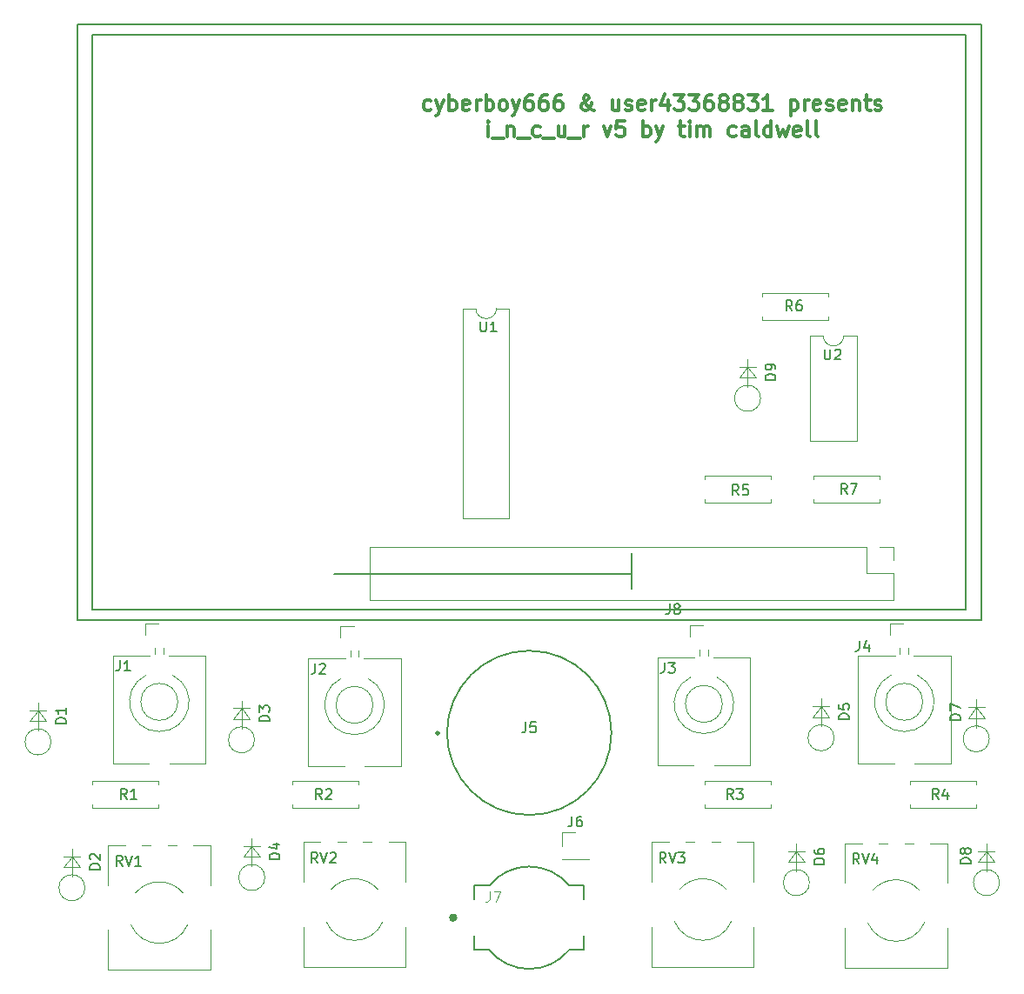
<source format=gbr>
G04 #@! TF.GenerationSoftware,KiCad,Pcbnew,(5.1.4-0-10_14)*
G04 #@! TF.CreationDate,2021-03-27T12:50:17+13:00*
G04 #@! TF.ProjectId,incur_board,696e6375-725f-4626-9f61-72642e6b6963,rev?*
G04 #@! TF.SameCoordinates,Original*
G04 #@! TF.FileFunction,Legend,Top*
G04 #@! TF.FilePolarity,Positive*
%FSLAX46Y46*%
G04 Gerber Fmt 4.6, Leading zero omitted, Abs format (unit mm)*
G04 Created by KiCad (PCBNEW (5.1.4-0-10_14)) date 2021-03-27 12:50:17*
%MOMM*%
%LPD*%
G04 APERTURE LIST*
%ADD10C,0.300000*%
%ADD11C,0.200000*%
%ADD12C,0.120000*%
%ADD13C,0.127000*%
%ADD14C,0.400000*%
%ADD15C,0.150000*%
%ADD16C,0.050000*%
G04 APERTURE END LIST*
D10*
X110428571Y-54332142D02*
X110285714Y-54403571D01*
X109999999Y-54403571D01*
X109857142Y-54332142D01*
X109785714Y-54260714D01*
X109714285Y-54117857D01*
X109714285Y-53689285D01*
X109785714Y-53546428D01*
X109857142Y-53475000D01*
X109999999Y-53403571D01*
X110285714Y-53403571D01*
X110428571Y-53475000D01*
X110928571Y-53403571D02*
X111285714Y-54403571D01*
X111642857Y-53403571D02*
X111285714Y-54403571D01*
X111142857Y-54760714D01*
X111071428Y-54832142D01*
X110928571Y-54903571D01*
X112214285Y-54403571D02*
X112214285Y-52903571D01*
X112214285Y-53475000D02*
X112357142Y-53403571D01*
X112642857Y-53403571D01*
X112785714Y-53475000D01*
X112857142Y-53546428D01*
X112928571Y-53689285D01*
X112928571Y-54117857D01*
X112857142Y-54260714D01*
X112785714Y-54332142D01*
X112642857Y-54403571D01*
X112357142Y-54403571D01*
X112214285Y-54332142D01*
X114142857Y-54332142D02*
X113999999Y-54403571D01*
X113714285Y-54403571D01*
X113571428Y-54332142D01*
X113499999Y-54189285D01*
X113499999Y-53617857D01*
X113571428Y-53475000D01*
X113714285Y-53403571D01*
X113999999Y-53403571D01*
X114142857Y-53475000D01*
X114214285Y-53617857D01*
X114214285Y-53760714D01*
X113499999Y-53903571D01*
X114857142Y-54403571D02*
X114857142Y-53403571D01*
X114857142Y-53689285D02*
X114928571Y-53546428D01*
X114999999Y-53475000D01*
X115142857Y-53403571D01*
X115285714Y-53403571D01*
X115785714Y-54403571D02*
X115785714Y-52903571D01*
X115785714Y-53475000D02*
X115928571Y-53403571D01*
X116214285Y-53403571D01*
X116357142Y-53475000D01*
X116428571Y-53546428D01*
X116499999Y-53689285D01*
X116499999Y-54117857D01*
X116428571Y-54260714D01*
X116357142Y-54332142D01*
X116214285Y-54403571D01*
X115928571Y-54403571D01*
X115785714Y-54332142D01*
X117357142Y-54403571D02*
X117214285Y-54332142D01*
X117142857Y-54260714D01*
X117071428Y-54117857D01*
X117071428Y-53689285D01*
X117142857Y-53546428D01*
X117214285Y-53475000D01*
X117357142Y-53403571D01*
X117571428Y-53403571D01*
X117714285Y-53475000D01*
X117785714Y-53546428D01*
X117857142Y-53689285D01*
X117857142Y-54117857D01*
X117785714Y-54260714D01*
X117714285Y-54332142D01*
X117571428Y-54403571D01*
X117357142Y-54403571D01*
X118357142Y-53403571D02*
X118714285Y-54403571D01*
X119071428Y-53403571D02*
X118714285Y-54403571D01*
X118571428Y-54760714D01*
X118499999Y-54832142D01*
X118357142Y-54903571D01*
X120285714Y-52903571D02*
X119999999Y-52903571D01*
X119857142Y-52975000D01*
X119785714Y-53046428D01*
X119642857Y-53260714D01*
X119571428Y-53546428D01*
X119571428Y-54117857D01*
X119642857Y-54260714D01*
X119714285Y-54332142D01*
X119857142Y-54403571D01*
X120142857Y-54403571D01*
X120285714Y-54332142D01*
X120357142Y-54260714D01*
X120428571Y-54117857D01*
X120428571Y-53760714D01*
X120357142Y-53617857D01*
X120285714Y-53546428D01*
X120142857Y-53475000D01*
X119857142Y-53475000D01*
X119714285Y-53546428D01*
X119642857Y-53617857D01*
X119571428Y-53760714D01*
X121714285Y-52903571D02*
X121428571Y-52903571D01*
X121285714Y-52975000D01*
X121214285Y-53046428D01*
X121071428Y-53260714D01*
X120999999Y-53546428D01*
X120999999Y-54117857D01*
X121071428Y-54260714D01*
X121142857Y-54332142D01*
X121285714Y-54403571D01*
X121571428Y-54403571D01*
X121714285Y-54332142D01*
X121785714Y-54260714D01*
X121857142Y-54117857D01*
X121857142Y-53760714D01*
X121785714Y-53617857D01*
X121714285Y-53546428D01*
X121571428Y-53475000D01*
X121285714Y-53475000D01*
X121142857Y-53546428D01*
X121071428Y-53617857D01*
X120999999Y-53760714D01*
X123142857Y-52903571D02*
X122857142Y-52903571D01*
X122714285Y-52975000D01*
X122642857Y-53046428D01*
X122499999Y-53260714D01*
X122428571Y-53546428D01*
X122428571Y-54117857D01*
X122499999Y-54260714D01*
X122571428Y-54332142D01*
X122714285Y-54403571D01*
X122999999Y-54403571D01*
X123142857Y-54332142D01*
X123214285Y-54260714D01*
X123285714Y-54117857D01*
X123285714Y-53760714D01*
X123214285Y-53617857D01*
X123142857Y-53546428D01*
X122999999Y-53475000D01*
X122714285Y-53475000D01*
X122571428Y-53546428D01*
X122499999Y-53617857D01*
X122428571Y-53760714D01*
X126285714Y-54403571D02*
X126214285Y-54403571D01*
X126071428Y-54332142D01*
X125857142Y-54117857D01*
X125499999Y-53689285D01*
X125357142Y-53475000D01*
X125285714Y-53260714D01*
X125285714Y-53117857D01*
X125357142Y-52975000D01*
X125499999Y-52903571D01*
X125571428Y-52903571D01*
X125714285Y-52975000D01*
X125785714Y-53117857D01*
X125785714Y-53189285D01*
X125714285Y-53332142D01*
X125642857Y-53403571D01*
X125214285Y-53689285D01*
X125142857Y-53760714D01*
X125071428Y-53903571D01*
X125071428Y-54117857D01*
X125142857Y-54260714D01*
X125214285Y-54332142D01*
X125357142Y-54403571D01*
X125571428Y-54403571D01*
X125714285Y-54332142D01*
X125785714Y-54260714D01*
X125999999Y-53975000D01*
X126071428Y-53760714D01*
X126071428Y-53617857D01*
X128714285Y-53403571D02*
X128714285Y-54403571D01*
X128071428Y-53403571D02*
X128071428Y-54189285D01*
X128142857Y-54332142D01*
X128285714Y-54403571D01*
X128500000Y-54403571D01*
X128642857Y-54332142D01*
X128714285Y-54260714D01*
X129357142Y-54332142D02*
X129500000Y-54403571D01*
X129785714Y-54403571D01*
X129928571Y-54332142D01*
X130000000Y-54189285D01*
X130000000Y-54117857D01*
X129928571Y-53975000D01*
X129785714Y-53903571D01*
X129571428Y-53903571D01*
X129428571Y-53832142D01*
X129357142Y-53689285D01*
X129357142Y-53617857D01*
X129428571Y-53475000D01*
X129571428Y-53403571D01*
X129785714Y-53403571D01*
X129928571Y-53475000D01*
X131214285Y-54332142D02*
X131071428Y-54403571D01*
X130785714Y-54403571D01*
X130642857Y-54332142D01*
X130571428Y-54189285D01*
X130571428Y-53617857D01*
X130642857Y-53475000D01*
X130785714Y-53403571D01*
X131071428Y-53403571D01*
X131214285Y-53475000D01*
X131285714Y-53617857D01*
X131285714Y-53760714D01*
X130571428Y-53903571D01*
X131928571Y-54403571D02*
X131928571Y-53403571D01*
X131928571Y-53689285D02*
X132000000Y-53546428D01*
X132071428Y-53475000D01*
X132214285Y-53403571D01*
X132357142Y-53403571D01*
X133500000Y-53403571D02*
X133500000Y-54403571D01*
X133142857Y-52832142D02*
X132785714Y-53903571D01*
X133714285Y-53903571D01*
X134142857Y-52903571D02*
X135071428Y-52903571D01*
X134571428Y-53475000D01*
X134785714Y-53475000D01*
X134928571Y-53546428D01*
X135000000Y-53617857D01*
X135071428Y-53760714D01*
X135071428Y-54117857D01*
X135000000Y-54260714D01*
X134928571Y-54332142D01*
X134785714Y-54403571D01*
X134357142Y-54403571D01*
X134214285Y-54332142D01*
X134142857Y-54260714D01*
X135571428Y-52903571D02*
X136500000Y-52903571D01*
X136000000Y-53475000D01*
X136214285Y-53475000D01*
X136357142Y-53546428D01*
X136428571Y-53617857D01*
X136500000Y-53760714D01*
X136500000Y-54117857D01*
X136428571Y-54260714D01*
X136357142Y-54332142D01*
X136214285Y-54403571D01*
X135785714Y-54403571D01*
X135642857Y-54332142D01*
X135571428Y-54260714D01*
X137785714Y-52903571D02*
X137500000Y-52903571D01*
X137357142Y-52975000D01*
X137285714Y-53046428D01*
X137142857Y-53260714D01*
X137071428Y-53546428D01*
X137071428Y-54117857D01*
X137142857Y-54260714D01*
X137214285Y-54332142D01*
X137357142Y-54403571D01*
X137642857Y-54403571D01*
X137785714Y-54332142D01*
X137857142Y-54260714D01*
X137928571Y-54117857D01*
X137928571Y-53760714D01*
X137857142Y-53617857D01*
X137785714Y-53546428D01*
X137642857Y-53475000D01*
X137357142Y-53475000D01*
X137214285Y-53546428D01*
X137142857Y-53617857D01*
X137071428Y-53760714D01*
X138785714Y-53546428D02*
X138642857Y-53475000D01*
X138571428Y-53403571D01*
X138500000Y-53260714D01*
X138500000Y-53189285D01*
X138571428Y-53046428D01*
X138642857Y-52975000D01*
X138785714Y-52903571D01*
X139071428Y-52903571D01*
X139214285Y-52975000D01*
X139285714Y-53046428D01*
X139357142Y-53189285D01*
X139357142Y-53260714D01*
X139285714Y-53403571D01*
X139214285Y-53475000D01*
X139071428Y-53546428D01*
X138785714Y-53546428D01*
X138642857Y-53617857D01*
X138571428Y-53689285D01*
X138500000Y-53832142D01*
X138500000Y-54117857D01*
X138571428Y-54260714D01*
X138642857Y-54332142D01*
X138785714Y-54403571D01*
X139071428Y-54403571D01*
X139214285Y-54332142D01*
X139285714Y-54260714D01*
X139357142Y-54117857D01*
X139357142Y-53832142D01*
X139285714Y-53689285D01*
X139214285Y-53617857D01*
X139071428Y-53546428D01*
X140214285Y-53546428D02*
X140071428Y-53475000D01*
X140000000Y-53403571D01*
X139928571Y-53260714D01*
X139928571Y-53189285D01*
X140000000Y-53046428D01*
X140071428Y-52975000D01*
X140214285Y-52903571D01*
X140500000Y-52903571D01*
X140642857Y-52975000D01*
X140714285Y-53046428D01*
X140785714Y-53189285D01*
X140785714Y-53260714D01*
X140714285Y-53403571D01*
X140642857Y-53475000D01*
X140500000Y-53546428D01*
X140214285Y-53546428D01*
X140071428Y-53617857D01*
X140000000Y-53689285D01*
X139928571Y-53832142D01*
X139928571Y-54117857D01*
X140000000Y-54260714D01*
X140071428Y-54332142D01*
X140214285Y-54403571D01*
X140500000Y-54403571D01*
X140642857Y-54332142D01*
X140714285Y-54260714D01*
X140785714Y-54117857D01*
X140785714Y-53832142D01*
X140714285Y-53689285D01*
X140642857Y-53617857D01*
X140500000Y-53546428D01*
X141285714Y-52903571D02*
X142214285Y-52903571D01*
X141714285Y-53475000D01*
X141928571Y-53475000D01*
X142071428Y-53546428D01*
X142142857Y-53617857D01*
X142214285Y-53760714D01*
X142214285Y-54117857D01*
X142142857Y-54260714D01*
X142071428Y-54332142D01*
X141928571Y-54403571D01*
X141500000Y-54403571D01*
X141357142Y-54332142D01*
X141285714Y-54260714D01*
X143642857Y-54403571D02*
X142785714Y-54403571D01*
X143214285Y-54403571D02*
X143214285Y-52903571D01*
X143071428Y-53117857D01*
X142928571Y-53260714D01*
X142785714Y-53332142D01*
X145428571Y-53403571D02*
X145428571Y-54903571D01*
X145428571Y-53475000D02*
X145571428Y-53403571D01*
X145857142Y-53403571D01*
X146000000Y-53475000D01*
X146071428Y-53546428D01*
X146142857Y-53689285D01*
X146142857Y-54117857D01*
X146071428Y-54260714D01*
X146000000Y-54332142D01*
X145857142Y-54403571D01*
X145571428Y-54403571D01*
X145428571Y-54332142D01*
X146785714Y-54403571D02*
X146785714Y-53403571D01*
X146785714Y-53689285D02*
X146857142Y-53546428D01*
X146928571Y-53475000D01*
X147071428Y-53403571D01*
X147214285Y-53403571D01*
X148285714Y-54332142D02*
X148142857Y-54403571D01*
X147857142Y-54403571D01*
X147714285Y-54332142D01*
X147642857Y-54189285D01*
X147642857Y-53617857D01*
X147714285Y-53475000D01*
X147857142Y-53403571D01*
X148142857Y-53403571D01*
X148285714Y-53475000D01*
X148357142Y-53617857D01*
X148357142Y-53760714D01*
X147642857Y-53903571D01*
X148928571Y-54332142D02*
X149071428Y-54403571D01*
X149357142Y-54403571D01*
X149500000Y-54332142D01*
X149571428Y-54189285D01*
X149571428Y-54117857D01*
X149500000Y-53975000D01*
X149357142Y-53903571D01*
X149142857Y-53903571D01*
X149000000Y-53832142D01*
X148928571Y-53689285D01*
X148928571Y-53617857D01*
X149000000Y-53475000D01*
X149142857Y-53403571D01*
X149357142Y-53403571D01*
X149500000Y-53475000D01*
X150785714Y-54332142D02*
X150642857Y-54403571D01*
X150357142Y-54403571D01*
X150214285Y-54332142D01*
X150142857Y-54189285D01*
X150142857Y-53617857D01*
X150214285Y-53475000D01*
X150357142Y-53403571D01*
X150642857Y-53403571D01*
X150785714Y-53475000D01*
X150857142Y-53617857D01*
X150857142Y-53760714D01*
X150142857Y-53903571D01*
X151500000Y-53403571D02*
X151500000Y-54403571D01*
X151500000Y-53546428D02*
X151571428Y-53475000D01*
X151714285Y-53403571D01*
X151928571Y-53403571D01*
X152071428Y-53475000D01*
X152142857Y-53617857D01*
X152142857Y-54403571D01*
X152642857Y-53403571D02*
X153214285Y-53403571D01*
X152857142Y-52903571D02*
X152857142Y-54189285D01*
X152928571Y-54332142D01*
X153071428Y-54403571D01*
X153214285Y-54403571D01*
X153642857Y-54332142D02*
X153785714Y-54403571D01*
X154071428Y-54403571D01*
X154214285Y-54332142D01*
X154285714Y-54189285D01*
X154285714Y-54117857D01*
X154214285Y-53975000D01*
X154071428Y-53903571D01*
X153857142Y-53903571D01*
X153714285Y-53832142D01*
X153642857Y-53689285D01*
X153642857Y-53617857D01*
X153714285Y-53475000D01*
X153857142Y-53403571D01*
X154071428Y-53403571D01*
X154214285Y-53475000D01*
X116035714Y-56953571D02*
X116035714Y-55953571D01*
X116035714Y-55453571D02*
X115964285Y-55525000D01*
X116035714Y-55596428D01*
X116107142Y-55525000D01*
X116035714Y-55453571D01*
X116035714Y-55596428D01*
X116392857Y-57096428D02*
X117535714Y-57096428D01*
X117892857Y-55953571D02*
X117892857Y-56953571D01*
X117892857Y-56096428D02*
X117964285Y-56025000D01*
X118107142Y-55953571D01*
X118321428Y-55953571D01*
X118464285Y-56025000D01*
X118535714Y-56167857D01*
X118535714Y-56953571D01*
X118892857Y-57096428D02*
X120035714Y-57096428D01*
X121035714Y-56882142D02*
X120892857Y-56953571D01*
X120607142Y-56953571D01*
X120464285Y-56882142D01*
X120392857Y-56810714D01*
X120321428Y-56667857D01*
X120321428Y-56239285D01*
X120392857Y-56096428D01*
X120464285Y-56025000D01*
X120607142Y-55953571D01*
X120892857Y-55953571D01*
X121035714Y-56025000D01*
X121321428Y-57096428D02*
X122464285Y-57096428D01*
X123464285Y-55953571D02*
X123464285Y-56953571D01*
X122821428Y-55953571D02*
X122821428Y-56739285D01*
X122892857Y-56882142D01*
X123035714Y-56953571D01*
X123250000Y-56953571D01*
X123392857Y-56882142D01*
X123464285Y-56810714D01*
X123821428Y-57096428D02*
X124964285Y-57096428D01*
X125321428Y-56953571D02*
X125321428Y-55953571D01*
X125321428Y-56239285D02*
X125392857Y-56096428D01*
X125464285Y-56025000D01*
X125607142Y-55953571D01*
X125750000Y-55953571D01*
X127250000Y-55953571D02*
X127607142Y-56953571D01*
X127964285Y-55953571D01*
X129250000Y-55453571D02*
X128535714Y-55453571D01*
X128464285Y-56167857D01*
X128535714Y-56096428D01*
X128678571Y-56025000D01*
X129035714Y-56025000D01*
X129178571Y-56096428D01*
X129250000Y-56167857D01*
X129321428Y-56310714D01*
X129321428Y-56667857D01*
X129250000Y-56810714D01*
X129178571Y-56882142D01*
X129035714Y-56953571D01*
X128678571Y-56953571D01*
X128535714Y-56882142D01*
X128464285Y-56810714D01*
X131107142Y-56953571D02*
X131107142Y-55453571D01*
X131107142Y-56025000D02*
X131250000Y-55953571D01*
X131535714Y-55953571D01*
X131678571Y-56025000D01*
X131750000Y-56096428D01*
X131821428Y-56239285D01*
X131821428Y-56667857D01*
X131750000Y-56810714D01*
X131678571Y-56882142D01*
X131535714Y-56953571D01*
X131250000Y-56953571D01*
X131107142Y-56882142D01*
X132321428Y-55953571D02*
X132678571Y-56953571D01*
X133035714Y-55953571D02*
X132678571Y-56953571D01*
X132535714Y-57310714D01*
X132464285Y-57382142D01*
X132321428Y-57453571D01*
X134535714Y-55953571D02*
X135107142Y-55953571D01*
X134750000Y-55453571D02*
X134750000Y-56739285D01*
X134821428Y-56882142D01*
X134964285Y-56953571D01*
X135107142Y-56953571D01*
X135607142Y-56953571D02*
X135607142Y-55953571D01*
X135607142Y-55453571D02*
X135535714Y-55525000D01*
X135607142Y-55596428D01*
X135678571Y-55525000D01*
X135607142Y-55453571D01*
X135607142Y-55596428D01*
X136321428Y-56953571D02*
X136321428Y-55953571D01*
X136321428Y-56096428D02*
X136392857Y-56025000D01*
X136535714Y-55953571D01*
X136750000Y-55953571D01*
X136892857Y-56025000D01*
X136964285Y-56167857D01*
X136964285Y-56953571D01*
X136964285Y-56167857D02*
X137035714Y-56025000D01*
X137178571Y-55953571D01*
X137392857Y-55953571D01*
X137535714Y-56025000D01*
X137607142Y-56167857D01*
X137607142Y-56953571D01*
X140107142Y-56882142D02*
X139964285Y-56953571D01*
X139678571Y-56953571D01*
X139535714Y-56882142D01*
X139464285Y-56810714D01*
X139392857Y-56667857D01*
X139392857Y-56239285D01*
X139464285Y-56096428D01*
X139535714Y-56025000D01*
X139678571Y-55953571D01*
X139964285Y-55953571D01*
X140107142Y-56025000D01*
X141392857Y-56953571D02*
X141392857Y-56167857D01*
X141321428Y-56025000D01*
X141178571Y-55953571D01*
X140892857Y-55953571D01*
X140750000Y-56025000D01*
X141392857Y-56882142D02*
X141250000Y-56953571D01*
X140892857Y-56953571D01*
X140750000Y-56882142D01*
X140678571Y-56739285D01*
X140678571Y-56596428D01*
X140750000Y-56453571D01*
X140892857Y-56382142D01*
X141250000Y-56382142D01*
X141392857Y-56310714D01*
X142321428Y-56953571D02*
X142178571Y-56882142D01*
X142107142Y-56739285D01*
X142107142Y-55453571D01*
X143535714Y-56953571D02*
X143535714Y-55453571D01*
X143535714Y-56882142D02*
X143392857Y-56953571D01*
X143107142Y-56953571D01*
X142964285Y-56882142D01*
X142892857Y-56810714D01*
X142821428Y-56667857D01*
X142821428Y-56239285D01*
X142892857Y-56096428D01*
X142964285Y-56025000D01*
X143107142Y-55953571D01*
X143392857Y-55953571D01*
X143535714Y-56025000D01*
X144107142Y-55953571D02*
X144392857Y-56953571D01*
X144678571Y-56239285D01*
X144964285Y-56953571D01*
X145250000Y-55953571D01*
X146392857Y-56882142D02*
X146250000Y-56953571D01*
X145964285Y-56953571D01*
X145821428Y-56882142D01*
X145750000Y-56739285D01*
X145750000Y-56167857D01*
X145821428Y-56025000D01*
X145964285Y-55953571D01*
X146250000Y-55953571D01*
X146392857Y-56025000D01*
X146464285Y-56167857D01*
X146464285Y-56310714D01*
X145750000Y-56453571D01*
X147321428Y-56953571D02*
X147178571Y-56882142D01*
X147107142Y-56739285D01*
X147107142Y-55453571D01*
X148107142Y-56953571D02*
X147964285Y-56882142D01*
X147892857Y-56739285D01*
X147892857Y-55453571D01*
D11*
X130000000Y-97500000D02*
X130000000Y-101000000D01*
X130000000Y-99500000D02*
X130000000Y-97500000D01*
X130000000Y-99500000D02*
X101000000Y-99500000D01*
X162500000Y-47000000D02*
X77500000Y-47000000D01*
X162500000Y-103000000D02*
X162500000Y-47000000D01*
X77500000Y-103000000D02*
X162500000Y-103000000D01*
X77500000Y-47000000D02*
X77500000Y-103000000D01*
X164000000Y-104000000D02*
X164000000Y-102000000D01*
X76000000Y-104000000D02*
X164000000Y-104000000D01*
X76000000Y-102000000D02*
X76000000Y-104000000D01*
X76000000Y-102000000D02*
X76000000Y-46000000D01*
X164000000Y-46000000D02*
X164000000Y-102000000D01*
X76000000Y-46000000D02*
X164000000Y-46000000D01*
D12*
X104510000Y-96870000D02*
X104510000Y-102070000D01*
X152830000Y-96870000D02*
X104510000Y-96870000D01*
X155430000Y-102070000D02*
X104510000Y-102070000D01*
X152830000Y-96870000D02*
X152830000Y-99470000D01*
X152830000Y-99470000D02*
X155430000Y-99470000D01*
X155430000Y-99470000D02*
X155430000Y-102070000D01*
X154100000Y-96870000D02*
X155430000Y-96870000D01*
X155430000Y-96870000D02*
X155430000Y-98200000D01*
X72200000Y-112066371D02*
X72200000Y-114780000D01*
X73000000Y-112806667D02*
X71400000Y-112806667D01*
X72200000Y-112806667D02*
X73000000Y-113873333D01*
X73000000Y-113873333D02*
X71400000Y-113873333D01*
X71400000Y-113873333D02*
X72200000Y-112806667D01*
X73466371Y-115880000D02*
G75*
G03X73466371Y-115880000I-1266371J0D01*
G01*
X75500000Y-126266371D02*
X75500000Y-128980000D01*
X76300000Y-127006667D02*
X74700000Y-127006667D01*
X75500000Y-127006667D02*
X76300000Y-128073333D01*
X76300000Y-128073333D02*
X74700000Y-128073333D01*
X74700000Y-128073333D02*
X75500000Y-127006667D01*
X76766371Y-130080000D02*
G75*
G03X76766371Y-130080000I-1266371J0D01*
G01*
X92000000Y-111866371D02*
X92000000Y-114580000D01*
X92800000Y-112606667D02*
X91200000Y-112606667D01*
X92000000Y-112606667D02*
X92800000Y-113673333D01*
X92800000Y-113673333D02*
X91200000Y-113673333D01*
X91200000Y-113673333D02*
X92000000Y-112606667D01*
X93266371Y-115680000D02*
G75*
G03X93266371Y-115680000I-1266371J0D01*
G01*
X93000000Y-125266371D02*
X93000000Y-127980000D01*
X93800000Y-126006667D02*
X92200000Y-126006667D01*
X93000000Y-126006667D02*
X93800000Y-127073333D01*
X93800000Y-127073333D02*
X92200000Y-127073333D01*
X92200000Y-127073333D02*
X93000000Y-126006667D01*
X94266371Y-129080000D02*
G75*
G03X94266371Y-129080000I-1266371J0D01*
G01*
X148400000Y-111666371D02*
X148400000Y-114380000D01*
X149200000Y-112406667D02*
X147600000Y-112406667D01*
X148400000Y-112406667D02*
X149200000Y-113473333D01*
X149200000Y-113473333D02*
X147600000Y-113473333D01*
X147600000Y-113473333D02*
X148400000Y-112406667D01*
X149666371Y-115480000D02*
G75*
G03X149666371Y-115480000I-1266371J0D01*
G01*
X146000000Y-125766371D02*
X146000000Y-128480000D01*
X146800000Y-126506667D02*
X145200000Y-126506667D01*
X146000000Y-126506667D02*
X146800000Y-127573333D01*
X146800000Y-127573333D02*
X145200000Y-127573333D01*
X145200000Y-127573333D02*
X146000000Y-126506667D01*
X147266371Y-129580000D02*
G75*
G03X147266371Y-129580000I-1266371J0D01*
G01*
X163500000Y-111766371D02*
X163500000Y-114480000D01*
X164300000Y-112506667D02*
X162700000Y-112506667D01*
X163500000Y-112506667D02*
X164300000Y-113573333D01*
X164300000Y-113573333D02*
X162700000Y-113573333D01*
X162700000Y-113573333D02*
X163500000Y-112506667D01*
X164766371Y-115580000D02*
G75*
G03X164766371Y-115580000I-1266371J0D01*
G01*
X164500000Y-125766371D02*
X164500000Y-128480000D01*
X165300000Y-126506667D02*
X163700000Y-126506667D01*
X164500000Y-126506667D02*
X165300000Y-127573333D01*
X165300000Y-127573333D02*
X163700000Y-127573333D01*
X163700000Y-127573333D02*
X164500000Y-126506667D01*
X165766371Y-129580000D02*
G75*
G03X165766371Y-129580000I-1266371J0D01*
G01*
X141250000Y-78616371D02*
X141250000Y-81330000D01*
X142050000Y-79356667D02*
X140450000Y-79356667D01*
X141250000Y-79356667D02*
X142050000Y-80423333D01*
X142050000Y-80423333D02*
X140450000Y-80423333D01*
X140450000Y-80423333D02*
X141250000Y-79356667D01*
X142516371Y-82430000D02*
G75*
G03X142516371Y-82430000I-1266371J0D01*
G01*
X79500000Y-107480000D02*
X79500000Y-117980000D01*
X88500000Y-107480000D02*
X88500000Y-117980000D01*
X82703737Y-109391423D02*
G75*
G03X84000000Y-114875000I1296263J-2588577D01*
G01*
X85296263Y-109391423D02*
G75*
G02X84000000Y-114875000I-1296263J-2588577D01*
G01*
X88500000Y-117980000D02*
X85000000Y-117980000D01*
X83000000Y-117980000D02*
X79500000Y-117980000D01*
X88500000Y-107480000D02*
X84900000Y-107480000D01*
X83100000Y-107480000D02*
X79500000Y-107480000D01*
X85800000Y-111980000D02*
G75*
G03X85800000Y-111980000I-1800000J0D01*
G01*
X83580000Y-106700000D02*
X83580000Y-107300000D01*
X84420000Y-106700000D02*
X84420000Y-107300000D01*
X82600000Y-104320000D02*
X82600000Y-105420000D01*
X82600000Y-104320000D02*
X83920000Y-104320000D01*
X98500000Y-107780000D02*
X98500000Y-118280000D01*
X107500000Y-107780000D02*
X107500000Y-118280000D01*
X101703737Y-109691423D02*
G75*
G03X103000000Y-115175000I1296263J-2588577D01*
G01*
X104296263Y-109691423D02*
G75*
G02X103000000Y-115175000I-1296263J-2588577D01*
G01*
X107500000Y-118280000D02*
X104000000Y-118280000D01*
X102000000Y-118280000D02*
X98500000Y-118280000D01*
X107500000Y-107780000D02*
X103900000Y-107780000D01*
X102100000Y-107780000D02*
X98500000Y-107780000D01*
X104800000Y-112280000D02*
G75*
G03X104800000Y-112280000I-1800000J0D01*
G01*
X102580000Y-107000000D02*
X102580000Y-107600000D01*
X103420000Y-107000000D02*
X103420000Y-107600000D01*
X101600000Y-104620000D02*
X101600000Y-105720000D01*
X101600000Y-104620000D02*
X102920000Y-104620000D01*
X132500000Y-107680000D02*
X132500000Y-118180000D01*
X141500000Y-107680000D02*
X141500000Y-118180000D01*
X135703737Y-109591423D02*
G75*
G03X137000000Y-115075000I1296263J-2588577D01*
G01*
X138296263Y-109591423D02*
G75*
G02X137000000Y-115075000I-1296263J-2588577D01*
G01*
X141500000Y-118180000D02*
X138000000Y-118180000D01*
X136000000Y-118180000D02*
X132500000Y-118180000D01*
X141500000Y-107680000D02*
X137900000Y-107680000D01*
X136100000Y-107680000D02*
X132500000Y-107680000D01*
X138800000Y-112180000D02*
G75*
G03X138800000Y-112180000I-1800000J0D01*
G01*
X136580000Y-106900000D02*
X136580000Y-107500000D01*
X137420000Y-106900000D02*
X137420000Y-107500000D01*
X135600000Y-104520000D02*
X135600000Y-105620000D01*
X135600000Y-104520000D02*
X136920000Y-104520000D01*
D10*
X111181000Y-115000000D02*
G75*
G03X111181000Y-115000000I-100000J0D01*
G01*
D13*
X128000000Y-115000000D02*
G75*
G03X128000000Y-115000000I-8000000J0D01*
G01*
D12*
X123170000Y-127330000D02*
X125830000Y-127330000D01*
X123170000Y-127270000D02*
X123170000Y-127330000D01*
X125830000Y-127270000D02*
X125830000Y-127330000D01*
X123170000Y-127270000D02*
X125830000Y-127270000D01*
X123170000Y-126000000D02*
X123170000Y-124670000D01*
X123170000Y-124670000D02*
X124500000Y-124670000D01*
D14*
X112800000Y-133000000D02*
G75*
G03X112800000Y-133000000I-200000J0D01*
G01*
D13*
X125350000Y-129865000D02*
X123884000Y-129865000D01*
X116116000Y-129865000D02*
X114650000Y-129865000D01*
X116116000Y-136135000D02*
X114650000Y-136135000D01*
X125350000Y-136135000D02*
X123884000Y-136135000D01*
X116117924Y-129862628D02*
G75*
G02X123884000Y-129865000I3882076J-3151223D01*
G01*
X123882076Y-136137372D02*
G75*
G02X116116000Y-136135000I-3882076J3151223D01*
G01*
X114650000Y-134765000D02*
X114650000Y-136135000D01*
X114650000Y-129865000D02*
X114650000Y-131235000D01*
X125350000Y-129865000D02*
X125350000Y-131235000D01*
X125350000Y-134765000D02*
X125350000Y-136135000D01*
D12*
X83900000Y-121980000D02*
X83900000Y-122310000D01*
X83900000Y-122310000D02*
X77480000Y-122310000D01*
X77480000Y-122310000D02*
X77480000Y-121980000D01*
X83900000Y-120020000D02*
X83900000Y-119690000D01*
X83900000Y-119690000D02*
X77480000Y-119690000D01*
X77480000Y-119690000D02*
X77480000Y-120020000D01*
X103400000Y-121980000D02*
X103400000Y-122310000D01*
X103400000Y-122310000D02*
X96980000Y-122310000D01*
X96980000Y-122310000D02*
X96980000Y-121980000D01*
X103400000Y-120020000D02*
X103400000Y-119690000D01*
X103400000Y-119690000D02*
X96980000Y-119690000D01*
X96980000Y-119690000D02*
X96980000Y-120020000D01*
X137100000Y-120020000D02*
X137100000Y-119690000D01*
X137100000Y-119690000D02*
X143520000Y-119690000D01*
X143520000Y-119690000D02*
X143520000Y-120020000D01*
X137100000Y-121980000D02*
X137100000Y-122310000D01*
X137100000Y-122310000D02*
X143520000Y-122310000D01*
X143520000Y-122310000D02*
X143520000Y-121980000D01*
X157100000Y-120020000D02*
X157100000Y-119690000D01*
X157100000Y-119690000D02*
X163520000Y-119690000D01*
X163520000Y-119690000D02*
X163520000Y-120020000D01*
X157100000Y-121980000D02*
X157100000Y-122310000D01*
X157100000Y-122310000D02*
X163520000Y-122310000D01*
X163520000Y-122310000D02*
X163520000Y-121980000D01*
X143500000Y-92280000D02*
X143500000Y-92610000D01*
X143500000Y-92610000D02*
X137080000Y-92610000D01*
X137080000Y-92610000D02*
X137080000Y-92280000D01*
X143500000Y-90320000D02*
X143500000Y-89990000D01*
X143500000Y-89990000D02*
X137080000Y-89990000D01*
X137080000Y-89990000D02*
X137080000Y-90320000D01*
X142700000Y-72520000D02*
X142700000Y-72190000D01*
X142700000Y-72190000D02*
X149120000Y-72190000D01*
X149120000Y-72190000D02*
X149120000Y-72520000D01*
X142700000Y-74480000D02*
X142700000Y-74810000D01*
X142700000Y-74810000D02*
X149120000Y-74810000D01*
X149120000Y-74810000D02*
X149120000Y-74480000D01*
X147700000Y-90320000D02*
X147700000Y-89990000D01*
X147700000Y-89990000D02*
X154120000Y-89990000D01*
X154120000Y-89990000D02*
X154120000Y-90320000D01*
X147700000Y-92280000D02*
X147700000Y-92610000D01*
X147700000Y-92610000D02*
X154120000Y-92610000D01*
X154120000Y-92610000D02*
X154120000Y-92280000D01*
X86762432Y-133671982D02*
G75*
G02X81238000Y-133673000I-2762432J1171982D01*
G01*
X81702247Y-130571705D02*
G75*
G02X86298000Y-130572000I2297753J-1928295D01*
G01*
X88961000Y-125940000D02*
X88961000Y-129806000D01*
X88961000Y-134195000D02*
X88961000Y-138060000D01*
X79040000Y-125940000D02*
X79040000Y-129806000D01*
X79040000Y-134195000D02*
X79040000Y-138060000D01*
X88961000Y-125940000D02*
X87325000Y-125940000D01*
X85675000Y-125940000D02*
X84825000Y-125940000D01*
X83175000Y-125940000D02*
X82325000Y-125940000D01*
X80675000Y-125940000D02*
X79040000Y-125940000D01*
X88961000Y-138060000D02*
X79040000Y-138060000D01*
X105762432Y-133371982D02*
G75*
G02X100238000Y-133373000I-2762432J1171982D01*
G01*
X100702247Y-130271705D02*
G75*
G02X105298000Y-130272000I2297753J-1928295D01*
G01*
X107961000Y-125640000D02*
X107961000Y-129506000D01*
X107961000Y-133895000D02*
X107961000Y-137760000D01*
X98040000Y-125640000D02*
X98040000Y-129506000D01*
X98040000Y-133895000D02*
X98040000Y-137760000D01*
X107961000Y-125640000D02*
X106325000Y-125640000D01*
X104675000Y-125640000D02*
X103825000Y-125640000D01*
X102175000Y-125640000D02*
X101325000Y-125640000D01*
X99675000Y-125640000D02*
X98040000Y-125640000D01*
X107961000Y-137760000D02*
X98040000Y-137760000D01*
X139662432Y-133371982D02*
G75*
G02X134138000Y-133373000I-2762432J1171982D01*
G01*
X134602247Y-130271705D02*
G75*
G02X139198000Y-130272000I2297753J-1928295D01*
G01*
X141861000Y-125640000D02*
X141861000Y-129506000D01*
X141861000Y-133895000D02*
X141861000Y-137760000D01*
X131940000Y-125640000D02*
X131940000Y-129506000D01*
X131940000Y-133895000D02*
X131940000Y-137760000D01*
X141861000Y-125640000D02*
X140225000Y-125640000D01*
X138575000Y-125640000D02*
X137725000Y-125640000D01*
X136075000Y-125640000D02*
X135225000Y-125640000D01*
X133575000Y-125640000D02*
X131940000Y-125640000D01*
X141861000Y-137760000D02*
X131940000Y-137760000D01*
X158462432Y-133471982D02*
G75*
G02X152938000Y-133473000I-2762432J1171982D01*
G01*
X153402247Y-130371705D02*
G75*
G02X157998000Y-130372000I2297753J-1928295D01*
G01*
X160661000Y-125740000D02*
X160661000Y-129606000D01*
X160661000Y-133995000D02*
X160661000Y-137860000D01*
X150740000Y-125740000D02*
X150740000Y-129606000D01*
X150740000Y-133995000D02*
X150740000Y-137860000D01*
X160661000Y-125740000D02*
X159025000Y-125740000D01*
X157375000Y-125740000D02*
X156525000Y-125740000D01*
X154875000Y-125740000D02*
X154025000Y-125740000D01*
X152375000Y-125740000D02*
X150740000Y-125740000D01*
X160661000Y-137860000D02*
X150740000Y-137860000D01*
X116810000Y-73670000D02*
G75*
G02X114810000Y-73670000I-1000000J0D01*
G01*
X114810000Y-73670000D02*
X113560000Y-73670000D01*
X113560000Y-73670000D02*
X113560000Y-94110000D01*
X113560000Y-94110000D02*
X118060000Y-94110000D01*
X118060000Y-94110000D02*
X118060000Y-73670000D01*
X118060000Y-73670000D02*
X116810000Y-73670000D01*
X150610000Y-76320000D02*
G75*
G02X148610000Y-76320000I-1000000J0D01*
G01*
X148610000Y-76320000D02*
X147360000Y-76320000D01*
X147360000Y-76320000D02*
X147360000Y-86600000D01*
X147360000Y-86600000D02*
X151860000Y-86600000D01*
X151860000Y-86600000D02*
X151860000Y-76320000D01*
X151860000Y-76320000D02*
X150610000Y-76320000D01*
X152000000Y-107480000D02*
X152000000Y-117980000D01*
X161000000Y-107480000D02*
X161000000Y-117980000D01*
X155203737Y-109391423D02*
G75*
G03X156500000Y-114875000I1296263J-2588577D01*
G01*
X157796263Y-109391423D02*
G75*
G02X156500000Y-114875000I-1296263J-2588577D01*
G01*
X161000000Y-117980000D02*
X157500000Y-117980000D01*
X155500000Y-117980000D02*
X152000000Y-117980000D01*
X161000000Y-107480000D02*
X157400000Y-107480000D01*
X155600000Y-107480000D02*
X152000000Y-107480000D01*
X158300000Y-111980000D02*
G75*
G03X158300000Y-111980000I-1800000J0D01*
G01*
X156080000Y-106700000D02*
X156080000Y-107300000D01*
X156920000Y-106700000D02*
X156920000Y-107300000D01*
X155100000Y-104320000D02*
X155100000Y-105420000D01*
X155100000Y-104320000D02*
X156420000Y-104320000D01*
D15*
X133666666Y-102452380D02*
X133666666Y-103166666D01*
X133619047Y-103309523D01*
X133523809Y-103404761D01*
X133380952Y-103452380D01*
X133285714Y-103452380D01*
X134285714Y-102880952D02*
X134190476Y-102833333D01*
X134142857Y-102785714D01*
X134095238Y-102690476D01*
X134095238Y-102642857D01*
X134142857Y-102547619D01*
X134190476Y-102500000D01*
X134285714Y-102452380D01*
X134476190Y-102452380D01*
X134571428Y-102500000D01*
X134619047Y-102547619D01*
X134666666Y-102642857D01*
X134666666Y-102690476D01*
X134619047Y-102785714D01*
X134571428Y-102833333D01*
X134476190Y-102880952D01*
X134285714Y-102880952D01*
X134190476Y-102928571D01*
X134142857Y-102976190D01*
X134095238Y-103071428D01*
X134095238Y-103261904D01*
X134142857Y-103357142D01*
X134190476Y-103404761D01*
X134285714Y-103452380D01*
X134476190Y-103452380D01*
X134571428Y-103404761D01*
X134619047Y-103357142D01*
X134666666Y-103261904D01*
X134666666Y-103071428D01*
X134619047Y-102976190D01*
X134571428Y-102928571D01*
X134476190Y-102880952D01*
X74918751Y-114078095D02*
X73918751Y-114078095D01*
X73918751Y-113840000D01*
X73966371Y-113697142D01*
X74061609Y-113601904D01*
X74156847Y-113554285D01*
X74347323Y-113506666D01*
X74490180Y-113506666D01*
X74680656Y-113554285D01*
X74775894Y-113601904D01*
X74871132Y-113697142D01*
X74918751Y-113840000D01*
X74918751Y-114078095D01*
X74918751Y-112554285D02*
X74918751Y-113125714D01*
X74918751Y-112840000D02*
X73918751Y-112840000D01*
X74061609Y-112935238D01*
X74156847Y-113030476D01*
X74204466Y-113125714D01*
X78218751Y-128278095D02*
X77218751Y-128278095D01*
X77218751Y-128040000D01*
X77266371Y-127897142D01*
X77361609Y-127801904D01*
X77456847Y-127754285D01*
X77647323Y-127706666D01*
X77790180Y-127706666D01*
X77980656Y-127754285D01*
X78075894Y-127801904D01*
X78171132Y-127897142D01*
X78218751Y-128040000D01*
X78218751Y-128278095D01*
X77313990Y-127325714D02*
X77266371Y-127278095D01*
X77218751Y-127182857D01*
X77218751Y-126944761D01*
X77266371Y-126849523D01*
X77313990Y-126801904D01*
X77409228Y-126754285D01*
X77504466Y-126754285D01*
X77647323Y-126801904D01*
X78218751Y-127373333D01*
X78218751Y-126754285D01*
X94718751Y-113878095D02*
X93718751Y-113878095D01*
X93718751Y-113640000D01*
X93766371Y-113497142D01*
X93861609Y-113401904D01*
X93956847Y-113354285D01*
X94147323Y-113306666D01*
X94290180Y-113306666D01*
X94480656Y-113354285D01*
X94575894Y-113401904D01*
X94671132Y-113497142D01*
X94718751Y-113640000D01*
X94718751Y-113878095D01*
X93718751Y-112973333D02*
X93718751Y-112354285D01*
X94099704Y-112687619D01*
X94099704Y-112544761D01*
X94147323Y-112449523D01*
X94194942Y-112401904D01*
X94290180Y-112354285D01*
X94528275Y-112354285D01*
X94623513Y-112401904D01*
X94671132Y-112449523D01*
X94718751Y-112544761D01*
X94718751Y-112830476D01*
X94671132Y-112925714D01*
X94623513Y-112973333D01*
X95718751Y-127278095D02*
X94718751Y-127278095D01*
X94718751Y-127040000D01*
X94766371Y-126897142D01*
X94861609Y-126801904D01*
X94956847Y-126754285D01*
X95147323Y-126706666D01*
X95290180Y-126706666D01*
X95480656Y-126754285D01*
X95575894Y-126801904D01*
X95671132Y-126897142D01*
X95718751Y-127040000D01*
X95718751Y-127278095D01*
X95052085Y-125849523D02*
X95718751Y-125849523D01*
X94671132Y-126087619D02*
X95385418Y-126325714D01*
X95385418Y-125706666D01*
X151118751Y-113678095D02*
X150118751Y-113678095D01*
X150118751Y-113440000D01*
X150166371Y-113297142D01*
X150261609Y-113201904D01*
X150356847Y-113154285D01*
X150547323Y-113106666D01*
X150690180Y-113106666D01*
X150880656Y-113154285D01*
X150975894Y-113201904D01*
X151071132Y-113297142D01*
X151118751Y-113440000D01*
X151118751Y-113678095D01*
X150118751Y-112201904D02*
X150118751Y-112678095D01*
X150594942Y-112725714D01*
X150547323Y-112678095D01*
X150499704Y-112582857D01*
X150499704Y-112344761D01*
X150547323Y-112249523D01*
X150594942Y-112201904D01*
X150690180Y-112154285D01*
X150928275Y-112154285D01*
X151023513Y-112201904D01*
X151071132Y-112249523D01*
X151118751Y-112344761D01*
X151118751Y-112582857D01*
X151071132Y-112678095D01*
X151023513Y-112725714D01*
X148718751Y-127778095D02*
X147718751Y-127778095D01*
X147718751Y-127540000D01*
X147766371Y-127397142D01*
X147861609Y-127301904D01*
X147956847Y-127254285D01*
X148147323Y-127206666D01*
X148290180Y-127206666D01*
X148480656Y-127254285D01*
X148575894Y-127301904D01*
X148671132Y-127397142D01*
X148718751Y-127540000D01*
X148718751Y-127778095D01*
X147718751Y-126349523D02*
X147718751Y-126540000D01*
X147766371Y-126635238D01*
X147813990Y-126682857D01*
X147956847Y-126778095D01*
X148147323Y-126825714D01*
X148528275Y-126825714D01*
X148623513Y-126778095D01*
X148671132Y-126730476D01*
X148718751Y-126635238D01*
X148718751Y-126444761D01*
X148671132Y-126349523D01*
X148623513Y-126301904D01*
X148528275Y-126254285D01*
X148290180Y-126254285D01*
X148194942Y-126301904D01*
X148147323Y-126349523D01*
X148099704Y-126444761D01*
X148099704Y-126635238D01*
X148147323Y-126730476D01*
X148194942Y-126778095D01*
X148290180Y-126825714D01*
X161952380Y-113738095D02*
X160952380Y-113738095D01*
X160952380Y-113500000D01*
X161000000Y-113357142D01*
X161095238Y-113261904D01*
X161190476Y-113214285D01*
X161380952Y-113166666D01*
X161523809Y-113166666D01*
X161714285Y-113214285D01*
X161809523Y-113261904D01*
X161904761Y-113357142D01*
X161952380Y-113500000D01*
X161952380Y-113738095D01*
X160952380Y-112833333D02*
X160952380Y-112166666D01*
X161952380Y-112595238D01*
X162952380Y-127738095D02*
X161952380Y-127738095D01*
X161952380Y-127500000D01*
X162000000Y-127357142D01*
X162095238Y-127261904D01*
X162190476Y-127214285D01*
X162380952Y-127166666D01*
X162523809Y-127166666D01*
X162714285Y-127214285D01*
X162809523Y-127261904D01*
X162904761Y-127357142D01*
X162952380Y-127500000D01*
X162952380Y-127738095D01*
X162380952Y-126595238D02*
X162333333Y-126690476D01*
X162285714Y-126738095D01*
X162190476Y-126785714D01*
X162142857Y-126785714D01*
X162047619Y-126738095D01*
X162000000Y-126690476D01*
X161952380Y-126595238D01*
X161952380Y-126404761D01*
X162000000Y-126309523D01*
X162047619Y-126261904D01*
X162142857Y-126214285D01*
X162190476Y-126214285D01*
X162285714Y-126261904D01*
X162333333Y-126309523D01*
X162380952Y-126404761D01*
X162380952Y-126595238D01*
X162428571Y-126690476D01*
X162476190Y-126738095D01*
X162571428Y-126785714D01*
X162761904Y-126785714D01*
X162857142Y-126738095D01*
X162904761Y-126690476D01*
X162952380Y-126595238D01*
X162952380Y-126404761D01*
X162904761Y-126309523D01*
X162857142Y-126261904D01*
X162761904Y-126214285D01*
X162571428Y-126214285D01*
X162476190Y-126261904D01*
X162428571Y-126309523D01*
X162380952Y-126404761D01*
X143968751Y-80628095D02*
X142968751Y-80628095D01*
X142968751Y-80390000D01*
X143016371Y-80247142D01*
X143111609Y-80151904D01*
X143206847Y-80104285D01*
X143397323Y-80056666D01*
X143540180Y-80056666D01*
X143730656Y-80104285D01*
X143825894Y-80151904D01*
X143921132Y-80247142D01*
X143968751Y-80390000D01*
X143968751Y-80628095D01*
X143968751Y-79580476D02*
X143968751Y-79390000D01*
X143921132Y-79294761D01*
X143873513Y-79247142D01*
X143730656Y-79151904D01*
X143540180Y-79104285D01*
X143159228Y-79104285D01*
X143063990Y-79151904D01*
X143016371Y-79199523D01*
X142968751Y-79294761D01*
X142968751Y-79485238D01*
X143016371Y-79580476D01*
X143063990Y-79628095D01*
X143159228Y-79675714D01*
X143397323Y-79675714D01*
X143492561Y-79628095D01*
X143540180Y-79580476D01*
X143587799Y-79485238D01*
X143587799Y-79294761D01*
X143540180Y-79199523D01*
X143492561Y-79151904D01*
X143397323Y-79104285D01*
X80166666Y-107952380D02*
X80166666Y-108666666D01*
X80119047Y-108809523D01*
X80023809Y-108904761D01*
X79880952Y-108952380D01*
X79785714Y-108952380D01*
X81166666Y-108952380D02*
X80595238Y-108952380D01*
X80880952Y-108952380D02*
X80880952Y-107952380D01*
X80785714Y-108095238D01*
X80690476Y-108190476D01*
X80595238Y-108238095D01*
X99166666Y-108252380D02*
X99166666Y-108966666D01*
X99119047Y-109109523D01*
X99023809Y-109204761D01*
X98880952Y-109252380D01*
X98785714Y-109252380D01*
X99595238Y-108347619D02*
X99642857Y-108300000D01*
X99738095Y-108252380D01*
X99976190Y-108252380D01*
X100071428Y-108300000D01*
X100119047Y-108347619D01*
X100166666Y-108442857D01*
X100166666Y-108538095D01*
X100119047Y-108680952D01*
X99547619Y-109252380D01*
X100166666Y-109252380D01*
X133166666Y-108152380D02*
X133166666Y-108866666D01*
X133119047Y-109009523D01*
X133023809Y-109104761D01*
X132880952Y-109152380D01*
X132785714Y-109152380D01*
X133547619Y-108152380D02*
X134166666Y-108152380D01*
X133833333Y-108533333D01*
X133976190Y-108533333D01*
X134071428Y-108580952D01*
X134119047Y-108628571D01*
X134166666Y-108723809D01*
X134166666Y-108961904D01*
X134119047Y-109057142D01*
X134071428Y-109104761D01*
X133976190Y-109152380D01*
X133690476Y-109152380D01*
X133595238Y-109104761D01*
X133547619Y-109057142D01*
X119664180Y-113948295D02*
X119664180Y-114667910D01*
X119616205Y-114811832D01*
X119520257Y-114907781D01*
X119376334Y-114955755D01*
X119280385Y-114955755D01*
X120623665Y-113948295D02*
X120143922Y-113948295D01*
X120095948Y-114428038D01*
X120143922Y-114380064D01*
X120239871Y-114332090D01*
X120479742Y-114332090D01*
X120575691Y-114380064D01*
X120623665Y-114428038D01*
X120671640Y-114523987D01*
X120671640Y-114763858D01*
X120623665Y-114859807D01*
X120575691Y-114907781D01*
X120479742Y-114955755D01*
X120239871Y-114955755D01*
X120143922Y-114907781D01*
X120095948Y-114859807D01*
X124166666Y-123122380D02*
X124166666Y-123836666D01*
X124119047Y-123979523D01*
X124023809Y-124074761D01*
X123880952Y-124122380D01*
X123785714Y-124122380D01*
X125071428Y-123122380D02*
X124880952Y-123122380D01*
X124785714Y-123170000D01*
X124738095Y-123217619D01*
X124642857Y-123360476D01*
X124595238Y-123550952D01*
X124595238Y-123931904D01*
X124642857Y-124027142D01*
X124690476Y-124074761D01*
X124785714Y-124122380D01*
X124976190Y-124122380D01*
X125071428Y-124074761D01*
X125119047Y-124027142D01*
X125166666Y-123931904D01*
X125166666Y-123693809D01*
X125119047Y-123598571D01*
X125071428Y-123550952D01*
X124976190Y-123503333D01*
X124785714Y-123503333D01*
X124690476Y-123550952D01*
X124642857Y-123598571D01*
X124595238Y-123693809D01*
D16*
X116166190Y-130451597D02*
X116166190Y-131166905D01*
X116118502Y-131309966D01*
X116023128Y-131405340D01*
X115880067Y-131453027D01*
X115784692Y-131453027D01*
X116547687Y-130451597D02*
X117215307Y-130451597D01*
X116786122Y-131453027D01*
D15*
X80833333Y-121452380D02*
X80500000Y-120976190D01*
X80261904Y-121452380D02*
X80261904Y-120452380D01*
X80642857Y-120452380D01*
X80738095Y-120500000D01*
X80785714Y-120547619D01*
X80833333Y-120642857D01*
X80833333Y-120785714D01*
X80785714Y-120880952D01*
X80738095Y-120928571D01*
X80642857Y-120976190D01*
X80261904Y-120976190D01*
X81785714Y-121452380D02*
X81214285Y-121452380D01*
X81500000Y-121452380D02*
X81500000Y-120452380D01*
X81404761Y-120595238D01*
X81309523Y-120690476D01*
X81214285Y-120738095D01*
X99833333Y-121452380D02*
X99500000Y-120976190D01*
X99261904Y-121452380D02*
X99261904Y-120452380D01*
X99642857Y-120452380D01*
X99738095Y-120500000D01*
X99785714Y-120547619D01*
X99833333Y-120642857D01*
X99833333Y-120785714D01*
X99785714Y-120880952D01*
X99738095Y-120928571D01*
X99642857Y-120976190D01*
X99261904Y-120976190D01*
X100214285Y-120547619D02*
X100261904Y-120500000D01*
X100357142Y-120452380D01*
X100595238Y-120452380D01*
X100690476Y-120500000D01*
X100738095Y-120547619D01*
X100785714Y-120642857D01*
X100785714Y-120738095D01*
X100738095Y-120880952D01*
X100166666Y-121452380D01*
X100785714Y-121452380D01*
X139833333Y-121452380D02*
X139500000Y-120976190D01*
X139261904Y-121452380D02*
X139261904Y-120452380D01*
X139642857Y-120452380D01*
X139738095Y-120500000D01*
X139785714Y-120547619D01*
X139833333Y-120642857D01*
X139833333Y-120785714D01*
X139785714Y-120880952D01*
X139738095Y-120928571D01*
X139642857Y-120976190D01*
X139261904Y-120976190D01*
X140166666Y-120452380D02*
X140785714Y-120452380D01*
X140452380Y-120833333D01*
X140595238Y-120833333D01*
X140690476Y-120880952D01*
X140738095Y-120928571D01*
X140785714Y-121023809D01*
X140785714Y-121261904D01*
X140738095Y-121357142D01*
X140690476Y-121404761D01*
X140595238Y-121452380D01*
X140309523Y-121452380D01*
X140214285Y-121404761D01*
X140166666Y-121357142D01*
X159833333Y-121452380D02*
X159500000Y-120976190D01*
X159261904Y-121452380D02*
X159261904Y-120452380D01*
X159642857Y-120452380D01*
X159738095Y-120500000D01*
X159785714Y-120547619D01*
X159833333Y-120642857D01*
X159833333Y-120785714D01*
X159785714Y-120880952D01*
X159738095Y-120928571D01*
X159642857Y-120976190D01*
X159261904Y-120976190D01*
X160690476Y-120785714D02*
X160690476Y-121452380D01*
X160452380Y-120404761D02*
X160214285Y-121119047D01*
X160833333Y-121119047D01*
X140383333Y-91852380D02*
X140050000Y-91376190D01*
X139811904Y-91852380D02*
X139811904Y-90852380D01*
X140192857Y-90852380D01*
X140288095Y-90900000D01*
X140335714Y-90947619D01*
X140383333Y-91042857D01*
X140383333Y-91185714D01*
X140335714Y-91280952D01*
X140288095Y-91328571D01*
X140192857Y-91376190D01*
X139811904Y-91376190D01*
X141288095Y-90852380D02*
X140811904Y-90852380D01*
X140764285Y-91328571D01*
X140811904Y-91280952D01*
X140907142Y-91233333D01*
X141145238Y-91233333D01*
X141240476Y-91280952D01*
X141288095Y-91328571D01*
X141335714Y-91423809D01*
X141335714Y-91661904D01*
X141288095Y-91757142D01*
X141240476Y-91804761D01*
X141145238Y-91852380D01*
X140907142Y-91852380D01*
X140811904Y-91804761D01*
X140764285Y-91757142D01*
X145583333Y-73902380D02*
X145250000Y-73426190D01*
X145011904Y-73902380D02*
X145011904Y-72902380D01*
X145392857Y-72902380D01*
X145488095Y-72950000D01*
X145535714Y-72997619D01*
X145583333Y-73092857D01*
X145583333Y-73235714D01*
X145535714Y-73330952D01*
X145488095Y-73378571D01*
X145392857Y-73426190D01*
X145011904Y-73426190D01*
X146440476Y-72902380D02*
X146250000Y-72902380D01*
X146154761Y-72950000D01*
X146107142Y-72997619D01*
X146011904Y-73140476D01*
X145964285Y-73330952D01*
X145964285Y-73711904D01*
X146011904Y-73807142D01*
X146059523Y-73854761D01*
X146154761Y-73902380D01*
X146345238Y-73902380D01*
X146440476Y-73854761D01*
X146488095Y-73807142D01*
X146535714Y-73711904D01*
X146535714Y-73473809D01*
X146488095Y-73378571D01*
X146440476Y-73330952D01*
X146345238Y-73283333D01*
X146154761Y-73283333D01*
X146059523Y-73330952D01*
X146011904Y-73378571D01*
X145964285Y-73473809D01*
X150933333Y-91752380D02*
X150600000Y-91276190D01*
X150361904Y-91752380D02*
X150361904Y-90752380D01*
X150742857Y-90752380D01*
X150838095Y-90800000D01*
X150885714Y-90847619D01*
X150933333Y-90942857D01*
X150933333Y-91085714D01*
X150885714Y-91180952D01*
X150838095Y-91228571D01*
X150742857Y-91276190D01*
X150361904Y-91276190D01*
X151266666Y-90752380D02*
X151933333Y-90752380D01*
X151504761Y-91752380D01*
X80404761Y-127952380D02*
X80071428Y-127476190D01*
X79833333Y-127952380D02*
X79833333Y-126952380D01*
X80214285Y-126952380D01*
X80309523Y-127000000D01*
X80357142Y-127047619D01*
X80404761Y-127142857D01*
X80404761Y-127285714D01*
X80357142Y-127380952D01*
X80309523Y-127428571D01*
X80214285Y-127476190D01*
X79833333Y-127476190D01*
X80690476Y-126952380D02*
X81023809Y-127952380D01*
X81357142Y-126952380D01*
X82214285Y-127952380D02*
X81642857Y-127952380D01*
X81928571Y-127952380D02*
X81928571Y-126952380D01*
X81833333Y-127095238D01*
X81738095Y-127190476D01*
X81642857Y-127238095D01*
X99404761Y-127652380D02*
X99071428Y-127176190D01*
X98833333Y-127652380D02*
X98833333Y-126652380D01*
X99214285Y-126652380D01*
X99309523Y-126700000D01*
X99357142Y-126747619D01*
X99404761Y-126842857D01*
X99404761Y-126985714D01*
X99357142Y-127080952D01*
X99309523Y-127128571D01*
X99214285Y-127176190D01*
X98833333Y-127176190D01*
X99690476Y-126652380D02*
X100023809Y-127652380D01*
X100357142Y-126652380D01*
X100642857Y-126747619D02*
X100690476Y-126700000D01*
X100785714Y-126652380D01*
X101023809Y-126652380D01*
X101119047Y-126700000D01*
X101166666Y-126747619D01*
X101214285Y-126842857D01*
X101214285Y-126938095D01*
X101166666Y-127080952D01*
X100595238Y-127652380D01*
X101214285Y-127652380D01*
X133304761Y-127652380D02*
X132971428Y-127176190D01*
X132733333Y-127652380D02*
X132733333Y-126652380D01*
X133114285Y-126652380D01*
X133209523Y-126700000D01*
X133257142Y-126747619D01*
X133304761Y-126842857D01*
X133304761Y-126985714D01*
X133257142Y-127080952D01*
X133209523Y-127128571D01*
X133114285Y-127176190D01*
X132733333Y-127176190D01*
X133590476Y-126652380D02*
X133923809Y-127652380D01*
X134257142Y-126652380D01*
X134495238Y-126652380D02*
X135114285Y-126652380D01*
X134780952Y-127033333D01*
X134923809Y-127033333D01*
X135019047Y-127080952D01*
X135066666Y-127128571D01*
X135114285Y-127223809D01*
X135114285Y-127461904D01*
X135066666Y-127557142D01*
X135019047Y-127604761D01*
X134923809Y-127652380D01*
X134638095Y-127652380D01*
X134542857Y-127604761D01*
X134495238Y-127557142D01*
X152104761Y-127752380D02*
X151771428Y-127276190D01*
X151533333Y-127752380D02*
X151533333Y-126752380D01*
X151914285Y-126752380D01*
X152009523Y-126800000D01*
X152057142Y-126847619D01*
X152104761Y-126942857D01*
X152104761Y-127085714D01*
X152057142Y-127180952D01*
X152009523Y-127228571D01*
X151914285Y-127276190D01*
X151533333Y-127276190D01*
X152390476Y-126752380D02*
X152723809Y-127752380D01*
X153057142Y-126752380D01*
X153819047Y-127085714D02*
X153819047Y-127752380D01*
X153580952Y-126704761D02*
X153342857Y-127419047D01*
X153961904Y-127419047D01*
X115238095Y-74952380D02*
X115238095Y-75761904D01*
X115285714Y-75857142D01*
X115333333Y-75904761D01*
X115428571Y-75952380D01*
X115619047Y-75952380D01*
X115714285Y-75904761D01*
X115761904Y-75857142D01*
X115809523Y-75761904D01*
X115809523Y-74952380D01*
X116809523Y-75952380D02*
X116238095Y-75952380D01*
X116523809Y-75952380D02*
X116523809Y-74952380D01*
X116428571Y-75095238D01*
X116333333Y-75190476D01*
X116238095Y-75238095D01*
X148738095Y-77652380D02*
X148738095Y-78461904D01*
X148785714Y-78557142D01*
X148833333Y-78604761D01*
X148928571Y-78652380D01*
X149119047Y-78652380D01*
X149214285Y-78604761D01*
X149261904Y-78557142D01*
X149309523Y-78461904D01*
X149309523Y-77652380D01*
X149738095Y-77747619D02*
X149785714Y-77700000D01*
X149880952Y-77652380D01*
X150119047Y-77652380D01*
X150214285Y-77700000D01*
X150261904Y-77747619D01*
X150309523Y-77842857D01*
X150309523Y-77938095D01*
X150261904Y-78080952D01*
X149690476Y-78652380D01*
X150309523Y-78652380D01*
X152136666Y-106032380D02*
X152136666Y-106746666D01*
X152089047Y-106889523D01*
X151993809Y-106984761D01*
X151850952Y-107032380D01*
X151755714Y-107032380D01*
X153041428Y-106365714D02*
X153041428Y-107032380D01*
X152803333Y-105984761D02*
X152565238Y-106699047D01*
X153184285Y-106699047D01*
M02*

</source>
